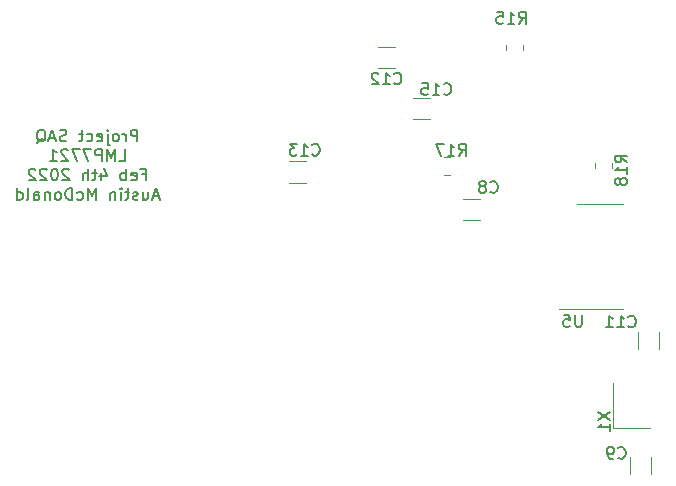
<source format=gbr>
%TF.GenerationSoftware,KiCad,Pcbnew,(5.1.8-0-10_14)*%
%TF.CreationDate,2022-02-24T11:51:05-06:00*%
%TF.ProjectId,SAQ_KiCad_alpha,5341515f-4b69-4436-9164-5f616c706861,rev?*%
%TF.SameCoordinates,Original*%
%TF.FileFunction,Legend,Bot*%
%TF.FilePolarity,Positive*%
%FSLAX46Y46*%
G04 Gerber Fmt 4.6, Leading zero omitted, Abs format (unit mm)*
G04 Created by KiCad (PCBNEW (5.1.8-0-10_14)) date 2022-02-24 11:51:05*
%MOMM*%
%LPD*%
G01*
G04 APERTURE LIST*
%ADD10C,0.150000*%
%ADD11C,0.120000*%
G04 APERTURE END LIST*
D10*
X125435785Y-30235380D02*
X125435785Y-29235380D01*
X125054833Y-29235380D01*
X124959595Y-29283000D01*
X124911976Y-29330619D01*
X124864357Y-29425857D01*
X124864357Y-29568714D01*
X124911976Y-29663952D01*
X124959595Y-29711571D01*
X125054833Y-29759190D01*
X125435785Y-29759190D01*
X124435785Y-30235380D02*
X124435785Y-29568714D01*
X124435785Y-29759190D02*
X124388166Y-29663952D01*
X124340547Y-29616333D01*
X124245309Y-29568714D01*
X124150071Y-29568714D01*
X123673880Y-30235380D02*
X123769119Y-30187761D01*
X123816738Y-30140142D01*
X123864357Y-30044904D01*
X123864357Y-29759190D01*
X123816738Y-29663952D01*
X123769119Y-29616333D01*
X123673880Y-29568714D01*
X123531023Y-29568714D01*
X123435785Y-29616333D01*
X123388166Y-29663952D01*
X123340547Y-29759190D01*
X123340547Y-30044904D01*
X123388166Y-30140142D01*
X123435785Y-30187761D01*
X123531023Y-30235380D01*
X123673880Y-30235380D01*
X122911976Y-29568714D02*
X122911976Y-30425857D01*
X122959595Y-30521095D01*
X123054833Y-30568714D01*
X123102452Y-30568714D01*
X122911976Y-29235380D02*
X122959595Y-29283000D01*
X122911976Y-29330619D01*
X122864357Y-29283000D01*
X122911976Y-29235380D01*
X122911976Y-29330619D01*
X122054833Y-30187761D02*
X122150071Y-30235380D01*
X122340547Y-30235380D01*
X122435785Y-30187761D01*
X122483404Y-30092523D01*
X122483404Y-29711571D01*
X122435785Y-29616333D01*
X122340547Y-29568714D01*
X122150071Y-29568714D01*
X122054833Y-29616333D01*
X122007214Y-29711571D01*
X122007214Y-29806809D01*
X122483404Y-29902047D01*
X121150071Y-30187761D02*
X121245309Y-30235380D01*
X121435785Y-30235380D01*
X121531023Y-30187761D01*
X121578642Y-30140142D01*
X121626261Y-30044904D01*
X121626261Y-29759190D01*
X121578642Y-29663952D01*
X121531023Y-29616333D01*
X121435785Y-29568714D01*
X121245309Y-29568714D01*
X121150071Y-29616333D01*
X120864357Y-29568714D02*
X120483404Y-29568714D01*
X120721500Y-29235380D02*
X120721500Y-30092523D01*
X120673880Y-30187761D01*
X120578642Y-30235380D01*
X120483404Y-30235380D01*
X119435785Y-30187761D02*
X119292928Y-30235380D01*
X119054833Y-30235380D01*
X118959595Y-30187761D01*
X118911976Y-30140142D01*
X118864357Y-30044904D01*
X118864357Y-29949666D01*
X118911976Y-29854428D01*
X118959595Y-29806809D01*
X119054833Y-29759190D01*
X119245309Y-29711571D01*
X119340547Y-29663952D01*
X119388166Y-29616333D01*
X119435785Y-29521095D01*
X119435785Y-29425857D01*
X119388166Y-29330619D01*
X119340547Y-29283000D01*
X119245309Y-29235380D01*
X119007214Y-29235380D01*
X118864357Y-29283000D01*
X118483404Y-29949666D02*
X118007214Y-29949666D01*
X118578642Y-30235380D02*
X118245309Y-29235380D01*
X117911976Y-30235380D01*
X116911976Y-30330619D02*
X117007214Y-30283000D01*
X117102452Y-30187761D01*
X117245309Y-30044904D01*
X117340547Y-29997285D01*
X117435785Y-29997285D01*
X117388166Y-30235380D02*
X117483404Y-30187761D01*
X117578642Y-30092523D01*
X117626261Y-29902047D01*
X117626261Y-29568714D01*
X117578642Y-29378238D01*
X117483404Y-29283000D01*
X117388166Y-29235380D01*
X117197690Y-29235380D01*
X117102452Y-29283000D01*
X117007214Y-29378238D01*
X116959595Y-29568714D01*
X116959595Y-29902047D01*
X117007214Y-30092523D01*
X117102452Y-30187761D01*
X117197690Y-30235380D01*
X117388166Y-30235380D01*
X123888166Y-31885380D02*
X124364357Y-31885380D01*
X124364357Y-30885380D01*
X123554833Y-31885380D02*
X123554833Y-30885380D01*
X123221500Y-31599666D01*
X122888166Y-30885380D01*
X122888166Y-31885380D01*
X122411976Y-31885380D02*
X122411976Y-30885380D01*
X122031023Y-30885380D01*
X121935785Y-30933000D01*
X121888166Y-30980619D01*
X121840547Y-31075857D01*
X121840547Y-31218714D01*
X121888166Y-31313952D01*
X121935785Y-31361571D01*
X122031023Y-31409190D01*
X122411976Y-31409190D01*
X121507214Y-30885380D02*
X120840547Y-30885380D01*
X121269119Y-31885380D01*
X120554833Y-30885380D02*
X119888166Y-30885380D01*
X120316738Y-31885380D01*
X119554833Y-30980619D02*
X119507214Y-30933000D01*
X119411976Y-30885380D01*
X119173880Y-30885380D01*
X119078642Y-30933000D01*
X119031023Y-30980619D01*
X118983404Y-31075857D01*
X118983404Y-31171095D01*
X119031023Y-31313952D01*
X119602452Y-31885380D01*
X118983404Y-31885380D01*
X118031023Y-31885380D02*
X118602452Y-31885380D01*
X118316738Y-31885380D02*
X118316738Y-30885380D01*
X118411976Y-31028238D01*
X118507214Y-31123476D01*
X118602452Y-31171095D01*
X125840547Y-33011571D02*
X126173880Y-33011571D01*
X126173880Y-33535380D02*
X126173880Y-32535380D01*
X125697690Y-32535380D01*
X124935785Y-33487761D02*
X125031023Y-33535380D01*
X125221500Y-33535380D01*
X125316738Y-33487761D01*
X125364357Y-33392523D01*
X125364357Y-33011571D01*
X125316738Y-32916333D01*
X125221500Y-32868714D01*
X125031023Y-32868714D01*
X124935785Y-32916333D01*
X124888166Y-33011571D01*
X124888166Y-33106809D01*
X125364357Y-33202047D01*
X124459595Y-33535380D02*
X124459595Y-32535380D01*
X124459595Y-32916333D02*
X124364357Y-32868714D01*
X124173880Y-32868714D01*
X124078642Y-32916333D01*
X124031023Y-32963952D01*
X123983404Y-33059190D01*
X123983404Y-33344904D01*
X124031023Y-33440142D01*
X124078642Y-33487761D01*
X124173880Y-33535380D01*
X124364357Y-33535380D01*
X124459595Y-33487761D01*
X122364357Y-32868714D02*
X122364357Y-33535380D01*
X122602452Y-32487761D02*
X122840547Y-33202047D01*
X122221500Y-33202047D01*
X121983404Y-32868714D02*
X121602452Y-32868714D01*
X121840547Y-32535380D02*
X121840547Y-33392523D01*
X121792928Y-33487761D01*
X121697690Y-33535380D01*
X121602452Y-33535380D01*
X121269119Y-33535380D02*
X121269119Y-32535380D01*
X120840547Y-33535380D02*
X120840547Y-33011571D01*
X120888166Y-32916333D01*
X120983404Y-32868714D01*
X121126261Y-32868714D01*
X121221500Y-32916333D01*
X121269119Y-32963952D01*
X119650071Y-32630619D02*
X119602452Y-32583000D01*
X119507214Y-32535380D01*
X119269119Y-32535380D01*
X119173880Y-32583000D01*
X119126261Y-32630619D01*
X119078642Y-32725857D01*
X119078642Y-32821095D01*
X119126261Y-32963952D01*
X119697690Y-33535380D01*
X119078642Y-33535380D01*
X118459595Y-32535380D02*
X118364357Y-32535380D01*
X118269119Y-32583000D01*
X118221500Y-32630619D01*
X118173880Y-32725857D01*
X118126261Y-32916333D01*
X118126261Y-33154428D01*
X118173880Y-33344904D01*
X118221500Y-33440142D01*
X118269119Y-33487761D01*
X118364357Y-33535380D01*
X118459595Y-33535380D01*
X118554833Y-33487761D01*
X118602452Y-33440142D01*
X118650071Y-33344904D01*
X118697690Y-33154428D01*
X118697690Y-32916333D01*
X118650071Y-32725857D01*
X118602452Y-32630619D01*
X118554833Y-32583000D01*
X118459595Y-32535380D01*
X117745309Y-32630619D02*
X117697690Y-32583000D01*
X117602452Y-32535380D01*
X117364357Y-32535380D01*
X117269119Y-32583000D01*
X117221500Y-32630619D01*
X117173880Y-32725857D01*
X117173880Y-32821095D01*
X117221500Y-32963952D01*
X117792928Y-33535380D01*
X117173880Y-33535380D01*
X116792928Y-32630619D02*
X116745309Y-32583000D01*
X116650071Y-32535380D01*
X116411976Y-32535380D01*
X116316738Y-32583000D01*
X116269119Y-32630619D01*
X116221500Y-32725857D01*
X116221500Y-32821095D01*
X116269119Y-32963952D01*
X116840547Y-33535380D01*
X116221500Y-33535380D01*
X127245309Y-34899666D02*
X126769119Y-34899666D01*
X127340547Y-35185380D02*
X127007214Y-34185380D01*
X126673880Y-35185380D01*
X125911976Y-34518714D02*
X125911976Y-35185380D01*
X126340547Y-34518714D02*
X126340547Y-35042523D01*
X126292928Y-35137761D01*
X126197690Y-35185380D01*
X126054833Y-35185380D01*
X125959595Y-35137761D01*
X125911976Y-35090142D01*
X125483404Y-35137761D02*
X125388166Y-35185380D01*
X125197690Y-35185380D01*
X125102452Y-35137761D01*
X125054833Y-35042523D01*
X125054833Y-34994904D01*
X125102452Y-34899666D01*
X125197690Y-34852047D01*
X125340547Y-34852047D01*
X125435785Y-34804428D01*
X125483404Y-34709190D01*
X125483404Y-34661571D01*
X125435785Y-34566333D01*
X125340547Y-34518714D01*
X125197690Y-34518714D01*
X125102452Y-34566333D01*
X124769119Y-34518714D02*
X124388166Y-34518714D01*
X124626261Y-34185380D02*
X124626261Y-35042523D01*
X124578642Y-35137761D01*
X124483404Y-35185380D01*
X124388166Y-35185380D01*
X124054833Y-35185380D02*
X124054833Y-34518714D01*
X124054833Y-34185380D02*
X124102452Y-34233000D01*
X124054833Y-34280619D01*
X124007214Y-34233000D01*
X124054833Y-34185380D01*
X124054833Y-34280619D01*
X123578642Y-34518714D02*
X123578642Y-35185380D01*
X123578642Y-34613952D02*
X123531023Y-34566333D01*
X123435785Y-34518714D01*
X123292928Y-34518714D01*
X123197690Y-34566333D01*
X123150071Y-34661571D01*
X123150071Y-35185380D01*
X121911976Y-35185380D02*
X121911976Y-34185380D01*
X121578642Y-34899666D01*
X121245309Y-34185380D01*
X121245309Y-35185380D01*
X120340547Y-35137761D02*
X120435785Y-35185380D01*
X120626261Y-35185380D01*
X120721500Y-35137761D01*
X120769119Y-35090142D01*
X120816738Y-34994904D01*
X120816738Y-34709190D01*
X120769119Y-34613952D01*
X120721500Y-34566333D01*
X120626261Y-34518714D01*
X120435785Y-34518714D01*
X120340547Y-34566333D01*
X119911976Y-35185380D02*
X119911976Y-34185380D01*
X119673880Y-34185380D01*
X119531023Y-34233000D01*
X119435785Y-34328238D01*
X119388166Y-34423476D01*
X119340547Y-34613952D01*
X119340547Y-34756809D01*
X119388166Y-34947285D01*
X119435785Y-35042523D01*
X119531023Y-35137761D01*
X119673880Y-35185380D01*
X119911976Y-35185380D01*
X118769119Y-35185380D02*
X118864357Y-35137761D01*
X118911976Y-35090142D01*
X118959595Y-34994904D01*
X118959595Y-34709190D01*
X118911976Y-34613952D01*
X118864357Y-34566333D01*
X118769119Y-34518714D01*
X118626261Y-34518714D01*
X118531023Y-34566333D01*
X118483404Y-34613952D01*
X118435785Y-34709190D01*
X118435785Y-34994904D01*
X118483404Y-35090142D01*
X118531023Y-35137761D01*
X118626261Y-35185380D01*
X118769119Y-35185380D01*
X118007214Y-34518714D02*
X118007214Y-35185380D01*
X118007214Y-34613952D02*
X117959595Y-34566333D01*
X117864357Y-34518714D01*
X117721500Y-34518714D01*
X117626261Y-34566333D01*
X117578642Y-34661571D01*
X117578642Y-35185380D01*
X116673880Y-35185380D02*
X116673880Y-34661571D01*
X116721500Y-34566333D01*
X116816738Y-34518714D01*
X117007214Y-34518714D01*
X117102452Y-34566333D01*
X116673880Y-35137761D02*
X116769119Y-35185380D01*
X117007214Y-35185380D01*
X117102452Y-35137761D01*
X117150071Y-35042523D01*
X117150071Y-34947285D01*
X117102452Y-34852047D01*
X117007214Y-34804428D01*
X116769119Y-34804428D01*
X116673880Y-34756809D01*
X116054833Y-35185380D02*
X116150071Y-35137761D01*
X116197690Y-35042523D01*
X116197690Y-34185380D01*
X115245309Y-35185380D02*
X115245309Y-34185380D01*
X115245309Y-35137761D02*
X115340547Y-35185380D01*
X115531023Y-35185380D01*
X115626261Y-35137761D01*
X115673880Y-35090142D01*
X115721500Y-34994904D01*
X115721500Y-34709190D01*
X115673880Y-34613952D01*
X115626261Y-34566333D01*
X115531023Y-34518714D01*
X115340547Y-34518714D01*
X115245309Y-34566333D01*
D11*
%TO.C,U5*%
X164592000Y-44440000D02*
X161142000Y-44440000D01*
X164592000Y-44440000D02*
X166542000Y-44440000D01*
X164592000Y-35570000D02*
X162642000Y-35570000D01*
X164592000Y-35570000D02*
X166542000Y-35570000D01*
%TO.C,C15*%
X148806248Y-28342000D02*
X150228752Y-28342000D01*
X148806248Y-26522000D02*
X150228752Y-26522000D01*
%TO.C,C13*%
X139674252Y-31919500D02*
X138251748Y-31919500D01*
X139674252Y-33739500D02*
X138251748Y-33739500D01*
%TO.C,C12*%
X145821748Y-24024000D02*
X147244252Y-24024000D01*
X145821748Y-22204000D02*
X147244252Y-22204000D01*
%TO.C,C11*%
X167809500Y-46405748D02*
X167809500Y-47828252D01*
X169629500Y-46405748D02*
X169629500Y-47828252D01*
%TO.C,X1*%
X168834000Y-54478000D02*
X165684000Y-54478000D01*
X165684000Y-54478000D02*
X165684000Y-50678000D01*
%TO.C,R18*%
X165644500Y-32501064D02*
X165644500Y-32046936D01*
X164174500Y-32501064D02*
X164174500Y-32046936D01*
%TO.C,R17*%
X151426936Y-33056500D02*
X151881064Y-33056500D01*
X151426936Y-31586500D02*
X151881064Y-31586500D01*
%TO.C,R15*%
X156618000Y-22061436D02*
X156618000Y-22515564D01*
X158088000Y-22061436D02*
X158088000Y-22515564D01*
%TO.C,C9*%
X167111000Y-56946748D02*
X167111000Y-58369252D01*
X168931000Y-56946748D02*
X168931000Y-58369252D01*
%TO.C,C8*%
X154469752Y-35094500D02*
X153047248Y-35094500D01*
X154469752Y-36914500D02*
X153047248Y-36914500D01*
%TO.C,U5*%
D10*
X163067904Y-44918380D02*
X163067904Y-45727904D01*
X163020285Y-45823142D01*
X162972666Y-45870761D01*
X162877428Y-45918380D01*
X162686952Y-45918380D01*
X162591714Y-45870761D01*
X162544095Y-45823142D01*
X162496476Y-45727904D01*
X162496476Y-44918380D01*
X161544095Y-44918380D02*
X162020285Y-44918380D01*
X162067904Y-45394571D01*
X162020285Y-45346952D01*
X161925047Y-45299333D01*
X161686952Y-45299333D01*
X161591714Y-45346952D01*
X161544095Y-45394571D01*
X161496476Y-45489809D01*
X161496476Y-45727904D01*
X161544095Y-45823142D01*
X161591714Y-45870761D01*
X161686952Y-45918380D01*
X161925047Y-45918380D01*
X162020285Y-45870761D01*
X162067904Y-45823142D01*
%TO.C,C15*%
X151391857Y-26201642D02*
X151439476Y-26249261D01*
X151582333Y-26296880D01*
X151677571Y-26296880D01*
X151820428Y-26249261D01*
X151915666Y-26154023D01*
X151963285Y-26058785D01*
X152010904Y-25868309D01*
X152010904Y-25725452D01*
X151963285Y-25534976D01*
X151915666Y-25439738D01*
X151820428Y-25344500D01*
X151677571Y-25296880D01*
X151582333Y-25296880D01*
X151439476Y-25344500D01*
X151391857Y-25392119D01*
X150439476Y-26296880D02*
X151010904Y-26296880D01*
X150725190Y-26296880D02*
X150725190Y-25296880D01*
X150820428Y-25439738D01*
X150915666Y-25534976D01*
X151010904Y-25582595D01*
X149534714Y-25296880D02*
X150010904Y-25296880D01*
X150058523Y-25773071D01*
X150010904Y-25725452D01*
X149915666Y-25677833D01*
X149677571Y-25677833D01*
X149582333Y-25725452D01*
X149534714Y-25773071D01*
X149487095Y-25868309D01*
X149487095Y-26106404D01*
X149534714Y-26201642D01*
X149582333Y-26249261D01*
X149677571Y-26296880D01*
X149915666Y-26296880D01*
X150010904Y-26249261D01*
X150058523Y-26201642D01*
%TO.C,C13*%
X140240857Y-31336642D02*
X140288476Y-31384261D01*
X140431333Y-31431880D01*
X140526571Y-31431880D01*
X140669428Y-31384261D01*
X140764666Y-31289023D01*
X140812285Y-31193785D01*
X140859904Y-31003309D01*
X140859904Y-30860452D01*
X140812285Y-30669976D01*
X140764666Y-30574738D01*
X140669428Y-30479500D01*
X140526571Y-30431880D01*
X140431333Y-30431880D01*
X140288476Y-30479500D01*
X140240857Y-30527119D01*
X139288476Y-31431880D02*
X139859904Y-31431880D01*
X139574190Y-31431880D02*
X139574190Y-30431880D01*
X139669428Y-30574738D01*
X139764666Y-30669976D01*
X139859904Y-30717595D01*
X138955142Y-30431880D02*
X138336095Y-30431880D01*
X138669428Y-30812833D01*
X138526571Y-30812833D01*
X138431333Y-30860452D01*
X138383714Y-30908071D01*
X138336095Y-31003309D01*
X138336095Y-31241404D01*
X138383714Y-31336642D01*
X138431333Y-31384261D01*
X138526571Y-31431880D01*
X138812285Y-31431880D01*
X138907523Y-31384261D01*
X138955142Y-31336642D01*
%TO.C,C12*%
X147175857Y-25321142D02*
X147223476Y-25368761D01*
X147366333Y-25416380D01*
X147461571Y-25416380D01*
X147604428Y-25368761D01*
X147699666Y-25273523D01*
X147747285Y-25178285D01*
X147794904Y-24987809D01*
X147794904Y-24844952D01*
X147747285Y-24654476D01*
X147699666Y-24559238D01*
X147604428Y-24464000D01*
X147461571Y-24416380D01*
X147366333Y-24416380D01*
X147223476Y-24464000D01*
X147175857Y-24511619D01*
X146223476Y-25416380D02*
X146794904Y-25416380D01*
X146509190Y-25416380D02*
X146509190Y-24416380D01*
X146604428Y-24559238D01*
X146699666Y-24654476D01*
X146794904Y-24702095D01*
X145842523Y-24511619D02*
X145794904Y-24464000D01*
X145699666Y-24416380D01*
X145461571Y-24416380D01*
X145366333Y-24464000D01*
X145318714Y-24511619D01*
X145271095Y-24606857D01*
X145271095Y-24702095D01*
X145318714Y-24844952D01*
X145890142Y-25416380D01*
X145271095Y-25416380D01*
%TO.C,C11*%
X167012857Y-45886642D02*
X167060476Y-45934261D01*
X167203333Y-45981880D01*
X167298571Y-45981880D01*
X167441428Y-45934261D01*
X167536666Y-45839023D01*
X167584285Y-45743785D01*
X167631904Y-45553309D01*
X167631904Y-45410452D01*
X167584285Y-45219976D01*
X167536666Y-45124738D01*
X167441428Y-45029500D01*
X167298571Y-44981880D01*
X167203333Y-44981880D01*
X167060476Y-45029500D01*
X167012857Y-45077119D01*
X166060476Y-45981880D02*
X166631904Y-45981880D01*
X166346190Y-45981880D02*
X166346190Y-44981880D01*
X166441428Y-45124738D01*
X166536666Y-45219976D01*
X166631904Y-45267595D01*
X165108095Y-45981880D02*
X165679523Y-45981880D01*
X165393809Y-45981880D02*
X165393809Y-44981880D01*
X165489047Y-45124738D01*
X165584285Y-45219976D01*
X165679523Y-45267595D01*
%TO.C,X1*%
X164425380Y-53165476D02*
X165425380Y-53832142D01*
X164425380Y-53832142D02*
X165425380Y-53165476D01*
X165425380Y-54736904D02*
X165425380Y-54165476D01*
X165425380Y-54451190D02*
X164425380Y-54451190D01*
X164568238Y-54355952D01*
X164663476Y-54260714D01*
X164711095Y-54165476D01*
%TO.C,R18*%
X166885880Y-32012142D02*
X166409690Y-31678809D01*
X166885880Y-31440714D02*
X165885880Y-31440714D01*
X165885880Y-31821666D01*
X165933500Y-31916904D01*
X165981119Y-31964523D01*
X166076357Y-32012142D01*
X166219214Y-32012142D01*
X166314452Y-31964523D01*
X166362071Y-31916904D01*
X166409690Y-31821666D01*
X166409690Y-31440714D01*
X166885880Y-32964523D02*
X166885880Y-32393095D01*
X166885880Y-32678809D02*
X165885880Y-32678809D01*
X166028738Y-32583571D01*
X166123976Y-32488333D01*
X166171595Y-32393095D01*
X166314452Y-33535952D02*
X166266833Y-33440714D01*
X166219214Y-33393095D01*
X166123976Y-33345476D01*
X166076357Y-33345476D01*
X165981119Y-33393095D01*
X165933500Y-33440714D01*
X165885880Y-33535952D01*
X165885880Y-33726428D01*
X165933500Y-33821666D01*
X165981119Y-33869285D01*
X166076357Y-33916904D01*
X166123976Y-33916904D01*
X166219214Y-33869285D01*
X166266833Y-33821666D01*
X166314452Y-33726428D01*
X166314452Y-33535952D01*
X166362071Y-33440714D01*
X166409690Y-33393095D01*
X166504928Y-33345476D01*
X166695404Y-33345476D01*
X166790642Y-33393095D01*
X166838261Y-33440714D01*
X166885880Y-33535952D01*
X166885880Y-33726428D01*
X166838261Y-33821666D01*
X166790642Y-33869285D01*
X166695404Y-33916904D01*
X166504928Y-33916904D01*
X166409690Y-33869285D01*
X166362071Y-33821666D01*
X166314452Y-33726428D01*
%TO.C,R17*%
X152661857Y-31440380D02*
X152995190Y-30964190D01*
X153233285Y-31440380D02*
X153233285Y-30440380D01*
X152852333Y-30440380D01*
X152757095Y-30488000D01*
X152709476Y-30535619D01*
X152661857Y-30630857D01*
X152661857Y-30773714D01*
X152709476Y-30868952D01*
X152757095Y-30916571D01*
X152852333Y-30964190D01*
X153233285Y-30964190D01*
X151709476Y-31440380D02*
X152280904Y-31440380D01*
X151995190Y-31440380D02*
X151995190Y-30440380D01*
X152090428Y-30583238D01*
X152185666Y-30678476D01*
X152280904Y-30726095D01*
X151376142Y-30440380D02*
X150709476Y-30440380D01*
X151138047Y-31440380D01*
%TO.C,R15*%
X157741857Y-20264380D02*
X158075190Y-19788190D01*
X158313285Y-20264380D02*
X158313285Y-19264380D01*
X157932333Y-19264380D01*
X157837095Y-19312000D01*
X157789476Y-19359619D01*
X157741857Y-19454857D01*
X157741857Y-19597714D01*
X157789476Y-19692952D01*
X157837095Y-19740571D01*
X157932333Y-19788190D01*
X158313285Y-19788190D01*
X156789476Y-20264380D02*
X157360904Y-20264380D01*
X157075190Y-20264380D02*
X157075190Y-19264380D01*
X157170428Y-19407238D01*
X157265666Y-19502476D01*
X157360904Y-19550095D01*
X155884714Y-19264380D02*
X156360904Y-19264380D01*
X156408523Y-19740571D01*
X156360904Y-19692952D01*
X156265666Y-19645333D01*
X156027571Y-19645333D01*
X155932333Y-19692952D01*
X155884714Y-19740571D01*
X155837095Y-19835809D01*
X155837095Y-20073904D01*
X155884714Y-20169142D01*
X155932333Y-20216761D01*
X156027571Y-20264380D01*
X156265666Y-20264380D01*
X156360904Y-20216761D01*
X156408523Y-20169142D01*
%TO.C,C9*%
X166155666Y-56999142D02*
X166203285Y-57046761D01*
X166346142Y-57094380D01*
X166441380Y-57094380D01*
X166584238Y-57046761D01*
X166679476Y-56951523D01*
X166727095Y-56856285D01*
X166774714Y-56665809D01*
X166774714Y-56522952D01*
X166727095Y-56332476D01*
X166679476Y-56237238D01*
X166584238Y-56142000D01*
X166441380Y-56094380D01*
X166346142Y-56094380D01*
X166203285Y-56142000D01*
X166155666Y-56189619D01*
X165679476Y-57094380D02*
X165489000Y-57094380D01*
X165393761Y-57046761D01*
X165346142Y-56999142D01*
X165250904Y-56856285D01*
X165203285Y-56665809D01*
X165203285Y-56284857D01*
X165250904Y-56189619D01*
X165298523Y-56142000D01*
X165393761Y-56094380D01*
X165584238Y-56094380D01*
X165679476Y-56142000D01*
X165727095Y-56189619D01*
X165774714Y-56284857D01*
X165774714Y-56522952D01*
X165727095Y-56618190D01*
X165679476Y-56665809D01*
X165584238Y-56713428D01*
X165393761Y-56713428D01*
X165298523Y-56665809D01*
X165250904Y-56618190D01*
X165203285Y-56522952D01*
%TO.C,C8*%
X155322166Y-34511642D02*
X155369785Y-34559261D01*
X155512642Y-34606880D01*
X155607880Y-34606880D01*
X155750738Y-34559261D01*
X155845976Y-34464023D01*
X155893595Y-34368785D01*
X155941214Y-34178309D01*
X155941214Y-34035452D01*
X155893595Y-33844976D01*
X155845976Y-33749738D01*
X155750738Y-33654500D01*
X155607880Y-33606880D01*
X155512642Y-33606880D01*
X155369785Y-33654500D01*
X155322166Y-33702119D01*
X154750738Y-34035452D02*
X154845976Y-33987833D01*
X154893595Y-33940214D01*
X154941214Y-33844976D01*
X154941214Y-33797357D01*
X154893595Y-33702119D01*
X154845976Y-33654500D01*
X154750738Y-33606880D01*
X154560261Y-33606880D01*
X154465023Y-33654500D01*
X154417404Y-33702119D01*
X154369785Y-33797357D01*
X154369785Y-33844976D01*
X154417404Y-33940214D01*
X154465023Y-33987833D01*
X154560261Y-34035452D01*
X154750738Y-34035452D01*
X154845976Y-34083071D01*
X154893595Y-34130690D01*
X154941214Y-34225928D01*
X154941214Y-34416404D01*
X154893595Y-34511642D01*
X154845976Y-34559261D01*
X154750738Y-34606880D01*
X154560261Y-34606880D01*
X154465023Y-34559261D01*
X154417404Y-34511642D01*
X154369785Y-34416404D01*
X154369785Y-34225928D01*
X154417404Y-34130690D01*
X154465023Y-34083071D01*
X154560261Y-34035452D01*
%TD*%
M02*

</source>
